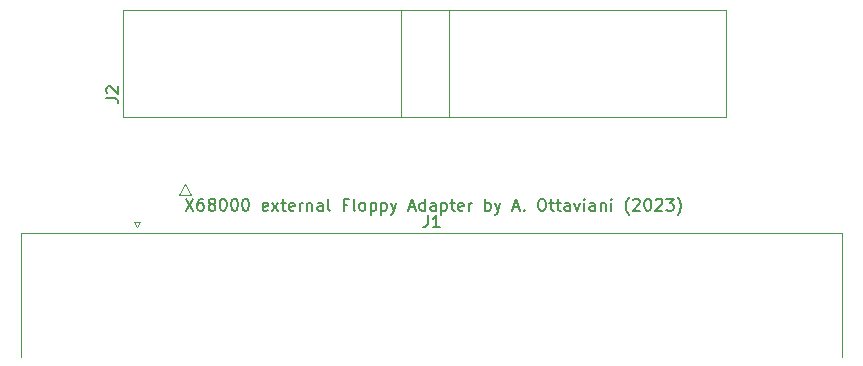
<source format=gbr>
%TF.GenerationSoftware,KiCad,Pcbnew,(6.0.6)*%
%TF.CreationDate,2023-06-09T12:55:26+02:00*%
%TF.ProjectId,FDAdapter,46444164-6170-4746-9572-2e6b69636164,rev?*%
%TF.SameCoordinates,Original*%
%TF.FileFunction,Legend,Top*%
%TF.FilePolarity,Positive*%
%FSLAX46Y46*%
G04 Gerber Fmt 4.6, Leading zero omitted, Abs format (unit mm)*
G04 Created by KiCad (PCBNEW (6.0.6)) date 2023-06-09 12:55:26*
%MOMM*%
%LPD*%
G01*
G04 APERTURE LIST*
%ADD10C,0.150000*%
%ADD11C,0.120000*%
G04 APERTURE END LIST*
D10*
X136710190Y-64476380D02*
X137376857Y-65476380D01*
X137376857Y-64476380D02*
X136710190Y-65476380D01*
X138186380Y-64476380D02*
X137995904Y-64476380D01*
X137900666Y-64524000D01*
X137853047Y-64571619D01*
X137757809Y-64714476D01*
X137710190Y-64904952D01*
X137710190Y-65285904D01*
X137757809Y-65381142D01*
X137805428Y-65428761D01*
X137900666Y-65476380D01*
X138091142Y-65476380D01*
X138186380Y-65428761D01*
X138234000Y-65381142D01*
X138281619Y-65285904D01*
X138281619Y-65047809D01*
X138234000Y-64952571D01*
X138186380Y-64904952D01*
X138091142Y-64857333D01*
X137900666Y-64857333D01*
X137805428Y-64904952D01*
X137757809Y-64952571D01*
X137710190Y-65047809D01*
X138853047Y-64904952D02*
X138757809Y-64857333D01*
X138710190Y-64809714D01*
X138662571Y-64714476D01*
X138662571Y-64666857D01*
X138710190Y-64571619D01*
X138757809Y-64524000D01*
X138853047Y-64476380D01*
X139043523Y-64476380D01*
X139138761Y-64524000D01*
X139186380Y-64571619D01*
X139234000Y-64666857D01*
X139234000Y-64714476D01*
X139186380Y-64809714D01*
X139138761Y-64857333D01*
X139043523Y-64904952D01*
X138853047Y-64904952D01*
X138757809Y-64952571D01*
X138710190Y-65000190D01*
X138662571Y-65095428D01*
X138662571Y-65285904D01*
X138710190Y-65381142D01*
X138757809Y-65428761D01*
X138853047Y-65476380D01*
X139043523Y-65476380D01*
X139138761Y-65428761D01*
X139186380Y-65381142D01*
X139234000Y-65285904D01*
X139234000Y-65095428D01*
X139186380Y-65000190D01*
X139138761Y-64952571D01*
X139043523Y-64904952D01*
X139853047Y-64476380D02*
X139948285Y-64476380D01*
X140043523Y-64524000D01*
X140091142Y-64571619D01*
X140138761Y-64666857D01*
X140186380Y-64857333D01*
X140186380Y-65095428D01*
X140138761Y-65285904D01*
X140091142Y-65381142D01*
X140043523Y-65428761D01*
X139948285Y-65476380D01*
X139853047Y-65476380D01*
X139757809Y-65428761D01*
X139710190Y-65381142D01*
X139662571Y-65285904D01*
X139614952Y-65095428D01*
X139614952Y-64857333D01*
X139662571Y-64666857D01*
X139710190Y-64571619D01*
X139757809Y-64524000D01*
X139853047Y-64476380D01*
X140805428Y-64476380D02*
X140900666Y-64476380D01*
X140995904Y-64524000D01*
X141043523Y-64571619D01*
X141091142Y-64666857D01*
X141138761Y-64857333D01*
X141138761Y-65095428D01*
X141091142Y-65285904D01*
X141043523Y-65381142D01*
X140995904Y-65428761D01*
X140900666Y-65476380D01*
X140805428Y-65476380D01*
X140710190Y-65428761D01*
X140662571Y-65381142D01*
X140614952Y-65285904D01*
X140567333Y-65095428D01*
X140567333Y-64857333D01*
X140614952Y-64666857D01*
X140662571Y-64571619D01*
X140710190Y-64524000D01*
X140805428Y-64476380D01*
X141757809Y-64476380D02*
X141853047Y-64476380D01*
X141948285Y-64524000D01*
X141995904Y-64571619D01*
X142043523Y-64666857D01*
X142091142Y-64857333D01*
X142091142Y-65095428D01*
X142043523Y-65285904D01*
X141995904Y-65381142D01*
X141948285Y-65428761D01*
X141853047Y-65476380D01*
X141757809Y-65476380D01*
X141662571Y-65428761D01*
X141614952Y-65381142D01*
X141567333Y-65285904D01*
X141519714Y-65095428D01*
X141519714Y-64857333D01*
X141567333Y-64666857D01*
X141614952Y-64571619D01*
X141662571Y-64524000D01*
X141757809Y-64476380D01*
X143662571Y-65428761D02*
X143567333Y-65476380D01*
X143376857Y-65476380D01*
X143281619Y-65428761D01*
X143234000Y-65333523D01*
X143234000Y-64952571D01*
X143281619Y-64857333D01*
X143376857Y-64809714D01*
X143567333Y-64809714D01*
X143662571Y-64857333D01*
X143710190Y-64952571D01*
X143710190Y-65047809D01*
X143234000Y-65143047D01*
X144043523Y-65476380D02*
X144567333Y-64809714D01*
X144043523Y-64809714D02*
X144567333Y-65476380D01*
X144805428Y-64809714D02*
X145186380Y-64809714D01*
X144948285Y-64476380D02*
X144948285Y-65333523D01*
X144995904Y-65428761D01*
X145091142Y-65476380D01*
X145186380Y-65476380D01*
X145900666Y-65428761D02*
X145805428Y-65476380D01*
X145614952Y-65476380D01*
X145519714Y-65428761D01*
X145472095Y-65333523D01*
X145472095Y-64952571D01*
X145519714Y-64857333D01*
X145614952Y-64809714D01*
X145805428Y-64809714D01*
X145900666Y-64857333D01*
X145948285Y-64952571D01*
X145948285Y-65047809D01*
X145472095Y-65143047D01*
X146376857Y-65476380D02*
X146376857Y-64809714D01*
X146376857Y-65000190D02*
X146424476Y-64904952D01*
X146472095Y-64857333D01*
X146567333Y-64809714D01*
X146662571Y-64809714D01*
X146995904Y-64809714D02*
X146995904Y-65476380D01*
X146995904Y-64904952D02*
X147043523Y-64857333D01*
X147138761Y-64809714D01*
X147281619Y-64809714D01*
X147376857Y-64857333D01*
X147424476Y-64952571D01*
X147424476Y-65476380D01*
X148329238Y-65476380D02*
X148329238Y-64952571D01*
X148281619Y-64857333D01*
X148186380Y-64809714D01*
X147995904Y-64809714D01*
X147900666Y-64857333D01*
X148329238Y-65428761D02*
X148234000Y-65476380D01*
X147995904Y-65476380D01*
X147900666Y-65428761D01*
X147853047Y-65333523D01*
X147853047Y-65238285D01*
X147900666Y-65143047D01*
X147995904Y-65095428D01*
X148234000Y-65095428D01*
X148329238Y-65047809D01*
X148948285Y-65476380D02*
X148853047Y-65428761D01*
X148805428Y-65333523D01*
X148805428Y-64476380D01*
X150424476Y-64952571D02*
X150091142Y-64952571D01*
X150091142Y-65476380D02*
X150091142Y-64476380D01*
X150567333Y-64476380D01*
X151091142Y-65476380D02*
X150995904Y-65428761D01*
X150948285Y-65333523D01*
X150948285Y-64476380D01*
X151614952Y-65476380D02*
X151519714Y-65428761D01*
X151472095Y-65381142D01*
X151424476Y-65285904D01*
X151424476Y-65000190D01*
X151472095Y-64904952D01*
X151519714Y-64857333D01*
X151614952Y-64809714D01*
X151757809Y-64809714D01*
X151853047Y-64857333D01*
X151900666Y-64904952D01*
X151948285Y-65000190D01*
X151948285Y-65285904D01*
X151900666Y-65381142D01*
X151853047Y-65428761D01*
X151757809Y-65476380D01*
X151614952Y-65476380D01*
X152376857Y-64809714D02*
X152376857Y-65809714D01*
X152376857Y-64857333D02*
X152472095Y-64809714D01*
X152662571Y-64809714D01*
X152757809Y-64857333D01*
X152805428Y-64904952D01*
X152853047Y-65000190D01*
X152853047Y-65285904D01*
X152805428Y-65381142D01*
X152757809Y-65428761D01*
X152662571Y-65476380D01*
X152472095Y-65476380D01*
X152376857Y-65428761D01*
X153281619Y-64809714D02*
X153281619Y-65809714D01*
X153281619Y-64857333D02*
X153376857Y-64809714D01*
X153567333Y-64809714D01*
X153662571Y-64857333D01*
X153710190Y-64904952D01*
X153757809Y-65000190D01*
X153757809Y-65285904D01*
X153710190Y-65381142D01*
X153662571Y-65428761D01*
X153567333Y-65476380D01*
X153376857Y-65476380D01*
X153281619Y-65428761D01*
X154091142Y-64809714D02*
X154329238Y-65476380D01*
X154567333Y-64809714D02*
X154329238Y-65476380D01*
X154234000Y-65714476D01*
X154186380Y-65762095D01*
X154091142Y-65809714D01*
X155662571Y-65190666D02*
X156138761Y-65190666D01*
X155567333Y-65476380D02*
X155900666Y-64476380D01*
X156234000Y-65476380D01*
X156995904Y-65476380D02*
X156995904Y-64476380D01*
X156995904Y-65428761D02*
X156900666Y-65476380D01*
X156710190Y-65476380D01*
X156614952Y-65428761D01*
X156567333Y-65381142D01*
X156519714Y-65285904D01*
X156519714Y-65000190D01*
X156567333Y-64904952D01*
X156614952Y-64857333D01*
X156710190Y-64809714D01*
X156900666Y-64809714D01*
X156995904Y-64857333D01*
X157900666Y-65476380D02*
X157900666Y-64952571D01*
X157853047Y-64857333D01*
X157757809Y-64809714D01*
X157567333Y-64809714D01*
X157472095Y-64857333D01*
X157900666Y-65428761D02*
X157805428Y-65476380D01*
X157567333Y-65476380D01*
X157472095Y-65428761D01*
X157424476Y-65333523D01*
X157424476Y-65238285D01*
X157472095Y-65143047D01*
X157567333Y-65095428D01*
X157805428Y-65095428D01*
X157900666Y-65047809D01*
X158376857Y-64809714D02*
X158376857Y-65809714D01*
X158376857Y-64857333D02*
X158472095Y-64809714D01*
X158662571Y-64809714D01*
X158757809Y-64857333D01*
X158805428Y-64904952D01*
X158853047Y-65000190D01*
X158853047Y-65285904D01*
X158805428Y-65381142D01*
X158757809Y-65428761D01*
X158662571Y-65476380D01*
X158472095Y-65476380D01*
X158376857Y-65428761D01*
X159138761Y-64809714D02*
X159519714Y-64809714D01*
X159281619Y-64476380D02*
X159281619Y-65333523D01*
X159329238Y-65428761D01*
X159424476Y-65476380D01*
X159519714Y-65476380D01*
X160234000Y-65428761D02*
X160138761Y-65476380D01*
X159948285Y-65476380D01*
X159853047Y-65428761D01*
X159805428Y-65333523D01*
X159805428Y-64952571D01*
X159853047Y-64857333D01*
X159948285Y-64809714D01*
X160138761Y-64809714D01*
X160234000Y-64857333D01*
X160281619Y-64952571D01*
X160281619Y-65047809D01*
X159805428Y-65143047D01*
X160710190Y-65476380D02*
X160710190Y-64809714D01*
X160710190Y-65000190D02*
X160757809Y-64904952D01*
X160805428Y-64857333D01*
X160900666Y-64809714D01*
X160995904Y-64809714D01*
X162091142Y-65476380D02*
X162091142Y-64476380D01*
X162091142Y-64857333D02*
X162186380Y-64809714D01*
X162376857Y-64809714D01*
X162472095Y-64857333D01*
X162519714Y-64904952D01*
X162567333Y-65000190D01*
X162567333Y-65285904D01*
X162519714Y-65381142D01*
X162472095Y-65428761D01*
X162376857Y-65476380D01*
X162186380Y-65476380D01*
X162091142Y-65428761D01*
X162900666Y-64809714D02*
X163138761Y-65476380D01*
X163376857Y-64809714D02*
X163138761Y-65476380D01*
X163043523Y-65714476D01*
X162995904Y-65762095D01*
X162900666Y-65809714D01*
X164472095Y-65190666D02*
X164948285Y-65190666D01*
X164376857Y-65476380D02*
X164710190Y-64476380D01*
X165043523Y-65476380D01*
X165376857Y-65381142D02*
X165424476Y-65428761D01*
X165376857Y-65476380D01*
X165329238Y-65428761D01*
X165376857Y-65381142D01*
X165376857Y-65476380D01*
X166805428Y-64476380D02*
X166995904Y-64476380D01*
X167091142Y-64524000D01*
X167186380Y-64619238D01*
X167234000Y-64809714D01*
X167234000Y-65143047D01*
X167186380Y-65333523D01*
X167091142Y-65428761D01*
X166995904Y-65476380D01*
X166805428Y-65476380D01*
X166710190Y-65428761D01*
X166614952Y-65333523D01*
X166567333Y-65143047D01*
X166567333Y-64809714D01*
X166614952Y-64619238D01*
X166710190Y-64524000D01*
X166805428Y-64476380D01*
X167519714Y-64809714D02*
X167900666Y-64809714D01*
X167662571Y-64476380D02*
X167662571Y-65333523D01*
X167710190Y-65428761D01*
X167805428Y-65476380D01*
X167900666Y-65476380D01*
X168091142Y-64809714D02*
X168472095Y-64809714D01*
X168234000Y-64476380D02*
X168234000Y-65333523D01*
X168281619Y-65428761D01*
X168376857Y-65476380D01*
X168472095Y-65476380D01*
X169234000Y-65476380D02*
X169234000Y-64952571D01*
X169186380Y-64857333D01*
X169091142Y-64809714D01*
X168900666Y-64809714D01*
X168805428Y-64857333D01*
X169234000Y-65428761D02*
X169138761Y-65476380D01*
X168900666Y-65476380D01*
X168805428Y-65428761D01*
X168757809Y-65333523D01*
X168757809Y-65238285D01*
X168805428Y-65143047D01*
X168900666Y-65095428D01*
X169138761Y-65095428D01*
X169234000Y-65047809D01*
X169614952Y-64809714D02*
X169853047Y-65476380D01*
X170091142Y-64809714D01*
X170472095Y-65476380D02*
X170472095Y-64809714D01*
X170472095Y-64476380D02*
X170424476Y-64524000D01*
X170472095Y-64571619D01*
X170519714Y-64524000D01*
X170472095Y-64476380D01*
X170472095Y-64571619D01*
X171376857Y-65476380D02*
X171376857Y-64952571D01*
X171329238Y-64857333D01*
X171234000Y-64809714D01*
X171043523Y-64809714D01*
X170948285Y-64857333D01*
X171376857Y-65428761D02*
X171281619Y-65476380D01*
X171043523Y-65476380D01*
X170948285Y-65428761D01*
X170900666Y-65333523D01*
X170900666Y-65238285D01*
X170948285Y-65143047D01*
X171043523Y-65095428D01*
X171281619Y-65095428D01*
X171376857Y-65047809D01*
X171853047Y-64809714D02*
X171853047Y-65476380D01*
X171853047Y-64904952D02*
X171900666Y-64857333D01*
X171995904Y-64809714D01*
X172138761Y-64809714D01*
X172234000Y-64857333D01*
X172281619Y-64952571D01*
X172281619Y-65476380D01*
X172757809Y-65476380D02*
X172757809Y-64809714D01*
X172757809Y-64476380D02*
X172710190Y-64524000D01*
X172757809Y-64571619D01*
X172805428Y-64524000D01*
X172757809Y-64476380D01*
X172757809Y-64571619D01*
X174281619Y-65857333D02*
X174234000Y-65809714D01*
X174138761Y-65666857D01*
X174091142Y-65571619D01*
X174043523Y-65428761D01*
X173995904Y-65190666D01*
X173995904Y-65000190D01*
X174043523Y-64762095D01*
X174091142Y-64619238D01*
X174138761Y-64524000D01*
X174234000Y-64381142D01*
X174281619Y-64333523D01*
X174614952Y-64571619D02*
X174662571Y-64524000D01*
X174757809Y-64476380D01*
X174995904Y-64476380D01*
X175091142Y-64524000D01*
X175138761Y-64571619D01*
X175186380Y-64666857D01*
X175186380Y-64762095D01*
X175138761Y-64904952D01*
X174567333Y-65476380D01*
X175186380Y-65476380D01*
X175805428Y-64476380D02*
X175900666Y-64476380D01*
X175995904Y-64524000D01*
X176043523Y-64571619D01*
X176091142Y-64666857D01*
X176138761Y-64857333D01*
X176138761Y-65095428D01*
X176091142Y-65285904D01*
X176043523Y-65381142D01*
X175995904Y-65428761D01*
X175900666Y-65476380D01*
X175805428Y-65476380D01*
X175710190Y-65428761D01*
X175662571Y-65381142D01*
X175614952Y-65285904D01*
X175567333Y-65095428D01*
X175567333Y-64857333D01*
X175614952Y-64666857D01*
X175662571Y-64571619D01*
X175710190Y-64524000D01*
X175805428Y-64476380D01*
X176519714Y-64571619D02*
X176567333Y-64524000D01*
X176662571Y-64476380D01*
X176900666Y-64476380D01*
X176995904Y-64524000D01*
X177043523Y-64571619D01*
X177091142Y-64666857D01*
X177091142Y-64762095D01*
X177043523Y-64904952D01*
X176472095Y-65476380D01*
X177091142Y-65476380D01*
X177424476Y-64476380D02*
X178043523Y-64476380D01*
X177710190Y-64857333D01*
X177853047Y-64857333D01*
X177948285Y-64904952D01*
X177995904Y-64952571D01*
X178043523Y-65047809D01*
X178043523Y-65285904D01*
X177995904Y-65381142D01*
X177948285Y-65428761D01*
X177853047Y-65476380D01*
X177567333Y-65476380D01*
X177472095Y-65428761D01*
X177424476Y-65381142D01*
X178376857Y-65857333D02*
X178424476Y-65809714D01*
X178519714Y-65666857D01*
X178567333Y-65571619D01*
X178614952Y-65428761D01*
X178662571Y-65190666D01*
X178662571Y-65000190D01*
X178614952Y-64762095D01*
X178567333Y-64619238D01*
X178519714Y-64524000D01*
X178424476Y-64381142D01*
X178376857Y-64333523D01*
%TO.C,J1*%
X157232666Y-65856380D02*
X157232666Y-66570666D01*
X157185047Y-66713523D01*
X157089809Y-66808761D01*
X156946952Y-66856380D01*
X156851714Y-66856380D01*
X158232666Y-66856380D02*
X157661238Y-66856380D01*
X157946952Y-66856380D02*
X157946952Y-65856380D01*
X157851714Y-65999238D01*
X157756476Y-66094476D01*
X157661238Y-66142095D01*
%TO.C,J2*%
X130004380Y-55949833D02*
X130718666Y-55949833D01*
X130861523Y-55997452D01*
X130956761Y-56092690D01*
X131004380Y-56235547D01*
X131004380Y-56330785D01*
X130099619Y-55521261D02*
X130052000Y-55473642D01*
X130004380Y-55378404D01*
X130004380Y-55140309D01*
X130052000Y-55045071D01*
X130099619Y-54997452D01*
X130194857Y-54949833D01*
X130290095Y-54949833D01*
X130432952Y-54997452D01*
X131004380Y-55568880D01*
X131004380Y-54949833D01*
D11*
%TO.C,J1*%
X132636000Y-66882675D02*
X132386000Y-66449662D01*
X132886000Y-66449662D02*
X132636000Y-66882675D01*
X132386000Y-66449662D02*
X132886000Y-66449662D01*
X122806000Y-77824000D02*
X122806000Y-67344000D01*
X122806000Y-67344000D02*
X192326000Y-67344000D01*
X192326000Y-67344000D02*
X192326000Y-77824000D01*
%TO.C,J2*%
X136652000Y-63181500D02*
X136152000Y-64181500D01*
X159022000Y-57561500D02*
X159022000Y-48441500D01*
X182502000Y-57561500D02*
X131442000Y-57561500D01*
X182502000Y-48441500D02*
X182502000Y-57561500D01*
X137152000Y-64181500D02*
X136652000Y-63181500D01*
X136152000Y-64181500D02*
X137152000Y-64181500D01*
X131442000Y-57561500D02*
X131442000Y-48441500D01*
X154922000Y-57561500D02*
X154922000Y-48441500D01*
X131442000Y-48441500D02*
X182502000Y-48441500D01*
%TD*%
M02*

</source>
